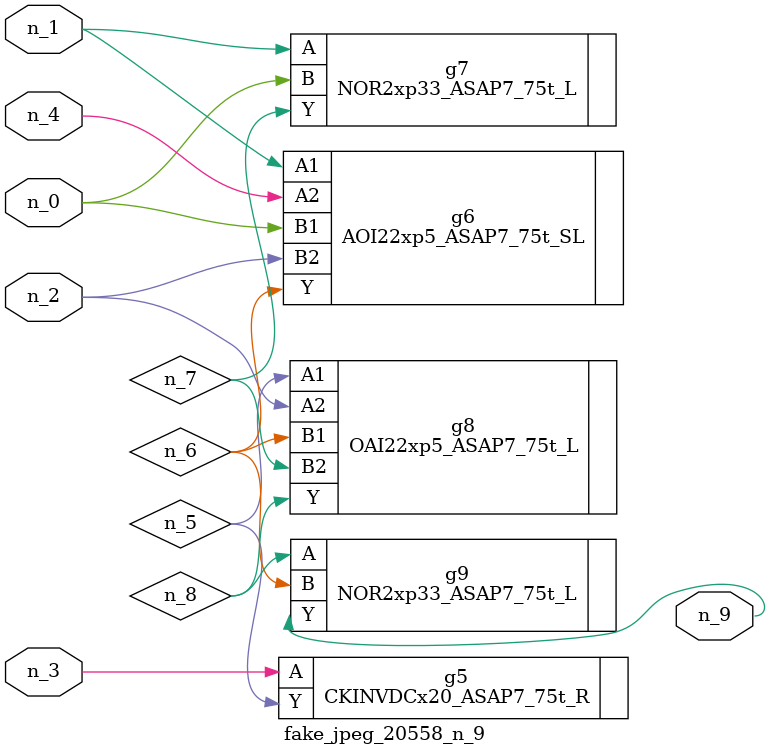
<source format=v>
module fake_jpeg_20558_n_9 (n_3, n_2, n_1, n_0, n_4, n_9);

input n_3;
input n_2;
input n_1;
input n_0;
input n_4;

output n_9;

wire n_8;
wire n_6;
wire n_5;
wire n_7;

CKINVDCx20_ASAP7_75t_R g5 ( 
.A(n_3),
.Y(n_5)
);

AOI22xp5_ASAP7_75t_SL g6 ( 
.A1(n_1),
.A2(n_4),
.B1(n_0),
.B2(n_2),
.Y(n_6)
);

NOR2xp33_ASAP7_75t_L g7 ( 
.A(n_1),
.B(n_0),
.Y(n_7)
);

OAI22xp5_ASAP7_75t_L g8 ( 
.A1(n_5),
.A2(n_2),
.B1(n_6),
.B2(n_7),
.Y(n_8)
);

NOR2xp33_ASAP7_75t_L g9 ( 
.A(n_8),
.B(n_6),
.Y(n_9)
);


endmodule
</source>
